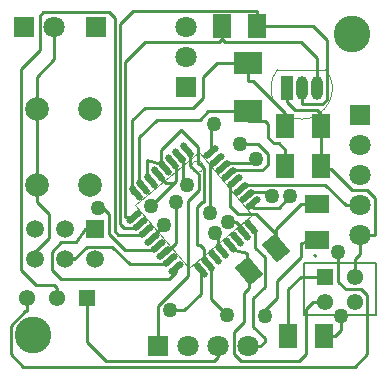
<source format=gtl>
G04 Layer_Physical_Order=1*
G04 Layer_Color=255*
%FSLAX24Y24*%
%MOIN*%
G70*
G01*
G75*
G04:AMPARAMS|DCode=10|XSize=59.1mil|YSize=78.7mil|CornerRadius=0mil|HoleSize=0mil|Usage=FLASHONLY|Rotation=40.000|XOffset=0mil|YOffset=0mil|HoleType=Round|Shape=Rectangle|*
%AMROTATEDRECTD10*
4,1,4,0.0027,-0.0491,-0.0479,0.0112,-0.0027,0.0491,0.0479,-0.0112,0.0027,-0.0491,0.0*
%
%ADD10ROTATEDRECTD10*%

%ADD11R,0.0787X0.0591*%
%ADD12R,0.0591X0.0787*%
%ADD13R,0.0945X0.0748*%
G04:AMPARAMS|DCode=14|XSize=21.7mil|YSize=59.1mil|CornerRadius=0mil|HoleSize=0mil|Usage=FLASHONLY|Rotation=40.000|XOffset=0mil|YOffset=0mil|HoleType=Round|Shape=Round|*
%AMOVALD14*
21,1,0.0374,0.0217,0.0000,0.0000,130.0*
1,1,0.0217,0.0120,-0.0143*
1,1,0.0217,-0.0120,0.0143*
%
%ADD14OVALD14*%

G04:AMPARAMS|DCode=15|XSize=21.7mil|YSize=59.1mil|CornerRadius=0mil|HoleSize=0mil|Usage=FLASHONLY|Rotation=310.000|XOffset=0mil|YOffset=0mil|HoleType=Round|Shape=Round|*
%AMOVALD15*
21,1,0.0374,0.0217,0.0000,0.0000,40.0*
1,1,0.0217,-0.0143,-0.0120*
1,1,0.0217,0.0143,0.0120*
%
%ADD15OVALD15*%

%ADD16C,0.0100*%
%ADD17C,0.0079*%
%ADD18C,0.0039*%
%ADD19C,0.0050*%
%ADD20R,0.0709X0.0709*%
%ADD21C,0.0709*%
%ADD22C,0.1220*%
%ADD23C,0.0543*%
%ADD24R,0.0543X0.0543*%
%ADD25C,0.0787*%
%ADD26R,0.0591X0.0591*%
%ADD27C,0.0591*%
%ADD28R,0.0709X0.0709*%
%ADD29O,0.0394X0.0787*%
%ADD30R,0.0394X0.0787*%
%ADD31C,0.0500*%
D10*
X9287Y4080D02*
D03*
X8382Y3320D02*
D03*
D11*
X10634Y4359D02*
D03*
Y5541D02*
D03*
D12*
X9594Y8150D02*
D03*
X10775D02*
D03*
X9594Y6800D02*
D03*
X10775D02*
D03*
X8657Y11467D02*
D03*
X7476D02*
D03*
X9694Y1150D02*
D03*
X10875D02*
D03*
D13*
X8334Y8643D02*
D03*
Y10257D02*
D03*
D14*
X6303Y7340D02*
D03*
X6062Y7138D02*
D03*
X5821Y6935D02*
D03*
X5579Y6733D02*
D03*
X5338Y6531D02*
D03*
X5097Y6328D02*
D03*
X4856Y6126D02*
D03*
X4614Y5923D02*
D03*
X6765Y3360D02*
D03*
X7007Y3562D02*
D03*
X7248Y3765D02*
D03*
X7480Y3990D02*
D03*
X7730Y4169D02*
D03*
X7972Y4372D02*
D03*
X8213Y4574D02*
D03*
X8454Y4777D02*
D03*
D15*
X4544Y5119D02*
D03*
X4746Y4878D02*
D03*
X4949Y4636D02*
D03*
X5151Y4395D02*
D03*
X5354Y4154D02*
D03*
X5556Y3913D02*
D03*
X5759Y3671D02*
D03*
X5961Y3430D02*
D03*
X8525Y5581D02*
D03*
X8322Y5822D02*
D03*
X8120Y6064D02*
D03*
X7917Y6305D02*
D03*
X7715Y6546D02*
D03*
X7512Y6787D02*
D03*
X7310Y7029D02*
D03*
X7107Y7270D02*
D03*
D16*
X6062Y7070D02*
X6196D01*
X6062Y7030D02*
X6186D01*
X5556Y6770D02*
X5579D01*
X7007Y3490D02*
X7067D01*
X5036Y6400D02*
X5097D01*
X10775Y6700D02*
X11116D01*
X7730Y4100D02*
X7846D01*
X5821Y6860D02*
X5878D01*
X7360Y4133D02*
Y4570D01*
X6062Y7070D02*
Y7138D01*
Y7030D02*
Y7070D01*
X9287Y4550D02*
Y4701D01*
X7886Y6240D02*
Y6305D01*
X1986Y2400D02*
Y2750D01*
X8396Y5822D02*
Y5950D01*
X8525Y5420D02*
X9376D01*
X7546Y6787D02*
Y6910D01*
X8657Y11470D02*
X10516D01*
X8657D02*
Y11990D01*
Y11467D02*
Y11470D01*
X7786Y6546D02*
Y6670D01*
X4487Y5923D02*
Y8331D01*
X8334Y8320D02*
X8916D01*
X4796Y6126D02*
Y6270D01*
X7730Y4100D02*
Y4169D01*
Y4060D02*
Y4100D01*
X5821Y6935D02*
X5878Y6860D01*
X5946D01*
X5878D02*
X5946Y6770D01*
X5876Y6250D02*
X5946Y6320D01*
X5116Y5490D02*
X5876Y6250D01*
X5514Y6903D02*
X5556Y6770D01*
X5561Y6755D01*
X7007Y3562D02*
X7067Y3490D01*
X7126Y3419D01*
X7067Y3490D02*
X7126D01*
X5456Y6877D02*
Y7350D01*
Y6770D02*
Y6877D01*
X5459Y6876D01*
X4976Y7020D02*
X5456Y6877D01*
Y6770D02*
X5556D01*
X4976Y6400D02*
X5036D01*
X4976Y6471D02*
X5036Y6400D01*
X5097Y6328D01*
X7107Y7270D02*
Y8220D01*
X7246Y4570D02*
X7360D01*
Y4133D02*
X7480Y3990D01*
X6186Y6300D02*
Y7030D01*
Y6300D02*
X6316Y6170D01*
X7886Y6305D02*
X7917D01*
X7736Y6240D02*
X7886D01*
X7736Y5458D02*
Y6240D01*
Y5458D02*
X7766D01*
X8003Y5220D01*
X8617D01*
X9287Y4550D01*
Y4080D02*
Y4550D01*
Y4701D02*
X10126Y5541D01*
X10634D01*
X5936Y4250D02*
Y5610D01*
X5598Y3913D02*
X5936Y4250D01*
X5556Y3913D02*
X5598D01*
X3356Y5410D02*
X3516D01*
X3721Y5205D01*
Y4550D02*
Y5205D01*
Y4550D02*
X4241Y4030D01*
X5210D01*
Y4034D01*
X5354Y4154D01*
X9694Y1150D02*
Y2704D01*
X10116Y3126D01*
X10924D01*
X5556Y4840D02*
Y4850D01*
X5151Y4435D02*
X5556Y4840D01*
X5151Y4395D02*
Y4435D01*
X10875Y1150D02*
X11246D01*
X11446Y1350D01*
Y1820D01*
X1984Y2400D02*
X1986D01*
X1876Y2860D02*
X1986Y2750D01*
X1266Y2860D02*
X1876D01*
X776Y3350D02*
X1266Y2860D01*
X776Y3350D02*
Y10050D01*
X1396Y10670D01*
Y11820D01*
X1516Y11940D01*
X3716D01*
X3900Y11756D01*
Y4637D02*
Y11756D01*
Y4637D02*
X4016Y4520D01*
X4806D01*
X4949Y4636D01*
X7476Y11050D02*
Y11467D01*
X7366Y10940D02*
X7476Y11050D01*
X4916Y10940D02*
X7366D01*
X4257Y10281D02*
X4916Y10940D01*
X4257Y5119D02*
Y10281D01*
Y5119D02*
X4544D01*
X7476Y11050D02*
X7586Y10940D01*
X10116D01*
X10634Y10421D01*
Y9400D02*
Y10421D01*
X8350Y800D02*
X8746D01*
X8896Y950D01*
Y1083D01*
X8527Y1451D02*
X8896Y1083D01*
X8527Y1451D02*
Y2409D01*
X8896Y2777D01*
Y3780D01*
X8584Y4092D02*
X8896Y3780D01*
X8584Y4092D02*
Y4421D01*
X8574Y4634D02*
X8584Y4421D01*
X8454Y4777D02*
X8574Y4634D01*
X11608Y5500D02*
X12084D01*
X10928Y6180D02*
X11608Y5500D01*
X8263Y6180D02*
X10928D01*
X8120Y6064D02*
X8263Y6180D01*
X8322Y5822D02*
X8396D01*
Y5950D02*
X8996D01*
X9146Y5800D01*
X8525Y5420D02*
Y5581D01*
X9376Y5420D02*
X9756Y5800D01*
X984Y1970D02*
Y2400D01*
X916Y1970D02*
X984D01*
X436Y1490D02*
X916Y1970D01*
X436Y550D02*
Y1490D01*
Y550D02*
X856Y130D01*
X11906D01*
X12326Y550D01*
Y2500D01*
X12116Y2710D02*
X12326Y2500D01*
X11596Y2710D02*
X12116D01*
X11356Y2950D02*
X11596Y2710D01*
X11356Y2950D02*
Y3940D01*
X7686Y4950D02*
X7936D01*
X8213Y4673D01*
Y4574D02*
Y4673D01*
X7087Y5231D02*
Y6902D01*
X7310Y7029D01*
X7512Y6787D02*
X7546D01*
Y6910D02*
X8476D01*
X8626Y7060D01*
X4516Y11990D02*
X8657D01*
X4078Y11553D02*
X4516Y11990D01*
X4078Y4897D02*
Y11553D01*
Y4897D02*
X4216Y4760D01*
X4603D01*
X4746Y4878D01*
X10516Y11470D02*
X10966Y11020D01*
Y9020D02*
Y11020D01*
X10816Y8870D02*
X10966Y9020D01*
X10134Y8870D02*
X10816D01*
X10134D02*
Y9400D01*
X6765Y2550D02*
Y3360D01*
X6225Y2010D02*
X6765Y2550D01*
X5760Y2010D02*
X6225D01*
X7715Y6546D02*
X7786D01*
Y6670D02*
X8826D01*
X9006Y6850D01*
Y7218D01*
X8683Y7540D02*
X9006Y7218D01*
X8066Y7540D02*
X8683D01*
X4487Y5923D02*
X4614D01*
X4487Y8331D02*
X4916Y8760D01*
X6516D01*
X6842Y9087D01*
Y9784D01*
X7316Y10257D01*
X8334D01*
Y9660D02*
Y10257D01*
Y9660D02*
X8516D01*
X9594Y8582D01*
Y8150D02*
Y8582D01*
X4796Y6126D02*
X4856D01*
X4727Y6338D02*
X4796Y6270D01*
X4727Y6338D02*
Y7772D01*
X5316Y8360D01*
X6738D01*
X7021Y8643D01*
X8334D01*
Y8320D02*
Y8643D01*
X8916Y8320D02*
X9026Y8210D01*
Y7750D02*
Y8210D01*
Y7750D02*
X9196Y7580D01*
X9364D01*
X9594Y7350D01*
Y6800D02*
Y7350D01*
X2234Y3700D02*
X2556D01*
X2986Y4130D01*
X3827D01*
X4406Y3551D01*
X5615D01*
X5759Y3671D01*
X2906Y4700D02*
X3234D01*
X2626Y4270D02*
X2906Y4700D01*
X2116Y4270D02*
X2626D01*
X1806Y3960D02*
X2116Y4270D01*
X1806Y3350D02*
Y3960D01*
Y3350D02*
X2116Y3040D01*
X5716D01*
X5961Y3285D01*
Y3430D01*
X10775Y8150D02*
Y8550D01*
X10645Y8680D02*
X10775Y8550D01*
X9916Y8680D02*
X10645D01*
X9634Y8961D02*
X9916Y8680D01*
X9634Y8961D02*
Y9400D01*
X10775Y6800D02*
Y8150D01*
X12084Y3891D02*
Y4500D01*
X11924Y3730D02*
X12084Y3891D01*
X11924Y3126D02*
Y3730D01*
X10775Y6700D02*
Y6800D01*
X11116Y6700D02*
X11806Y6010D01*
X12316D01*
X12576Y5750D01*
Y4500D02*
Y5750D01*
X12084Y4500D02*
X12576D01*
X10516Y2295D02*
X10924D01*
X10276Y2055D02*
X10516Y2295D01*
X10276Y550D02*
Y2055D01*
X10036Y310D02*
X10276Y550D01*
X8107Y310D02*
X10036D01*
X7867Y550D02*
X8107Y310D01*
X7867Y550D02*
Y1280D01*
X8213Y1626D01*
Y2587D01*
X8382Y2756D01*
Y3320D01*
X5946Y6320D02*
Y6770D01*
X5606Y6250D02*
X5876D01*
X5506Y6350D02*
X5606Y6250D01*
X5338Y6531D02*
X5506Y6350D01*
X7730Y4060D02*
X8326Y3920D01*
Y3377D02*
Y3920D01*
Y3377D02*
X8382Y3320D01*
X1884Y10376D02*
Y11450D01*
X1298Y9790D02*
X1884Y10376D01*
X1298Y8730D02*
Y9790D01*
X7350Y444D02*
Y800D01*
X7216Y310D02*
X7350Y444D01*
X3624Y310D02*
X7216D01*
X2984Y950D02*
X3624Y310D01*
X2984Y950D02*
Y2400D01*
X1298Y6170D02*
Y8730D01*
X1234Y3700D02*
Y3959D01*
X1706Y4430D01*
Y5223D01*
X1298Y5630D02*
X1706Y5223D01*
X1298Y5630D02*
Y6170D01*
X5579Y6733D02*
Y6770D01*
X5456Y7350D02*
X6106Y8000D01*
X6116D01*
X6666Y7450D01*
Y6870D02*
Y7450D01*
Y6870D02*
X6756D01*
X6876Y6750D01*
Y5610D02*
Y6750D01*
X6807Y5610D02*
X6876D01*
X6647Y5450D02*
X6807Y5610D01*
X6647Y4191D02*
Y5450D01*
Y4191D02*
X6745D01*
X6886Y4050D01*
Y3705D02*
Y4050D01*
Y3705D02*
X7007Y3562D01*
X8906Y1830D02*
Y2030D01*
X9306Y2430D01*
Y2991D01*
X10106Y3791D01*
Y4250D01*
X10634Y4359D01*
X5561Y6755D02*
X5579Y6733D01*
X5486Y6903D02*
X5514D01*
X5459Y6876D02*
X5486Y6903D01*
X4976Y6471D02*
Y7020D01*
X7126Y2370D02*
X7656Y1840D01*
X7126Y2370D02*
Y3419D01*
X5350Y800D02*
Y2150D01*
X6346Y3146D01*
Y5650D01*
X6696Y6000D01*
Y6540D01*
X6423Y6812D02*
X6696Y6540D01*
X6423Y6812D02*
Y7197D01*
X6303Y7340D02*
X6423Y7197D01*
X7107Y8220D02*
X7196D01*
D17*
X10633Y3824D02*
G03*
X10633Y3824I-39J0D01*
G01*
D02*
G03*
X10633Y3824I-39J0D01*
G01*
D18*
X6857Y6792D02*
G03*
X6857Y6792I-197J0D01*
G01*
X9328Y10030D02*
G03*
X10941Y10030I807J-630D01*
G01*
X4593Y5520D02*
X6704Y7291D01*
X6364Y3409D02*
X8476Y5180D01*
X6704Y7291D02*
X8476Y5180D01*
X4593Y5520D02*
X6364Y3409D01*
X9328Y10030D02*
X10941D01*
D19*
X10223Y1846D02*
X12624D01*
X10223D02*
Y3575D01*
X12624D01*
Y1846D02*
Y3575D01*
X10223Y1846D02*
X12624D01*
X10223D02*
Y3575D01*
X12624D01*
Y1846D02*
Y3575D01*
D20*
X6284Y9450D02*
D03*
X12084Y8500D02*
D03*
X3284Y11450D02*
D03*
D21*
X6284D02*
D03*
Y10450D02*
D03*
X12084Y4500D02*
D03*
Y5500D02*
D03*
Y6500D02*
D03*
Y7500D02*
D03*
X8350Y800D02*
D03*
X7350D02*
D03*
X6350D02*
D03*
X1884Y11450D02*
D03*
D22*
X1181Y1181D02*
D03*
X11811Y11220D02*
D03*
D23*
X1984Y2400D02*
D03*
X984D02*
D03*
X10924Y2295D02*
D03*
X11924D02*
D03*
Y3126D02*
D03*
D24*
X2984Y2400D02*
D03*
X10924Y3126D02*
D03*
D25*
X1298Y6170D02*
D03*
Y8730D02*
D03*
X3070Y6170D02*
D03*
Y8730D02*
D03*
D26*
X3234Y4700D02*
D03*
D27*
Y3700D02*
D03*
X2234Y4700D02*
D03*
Y3700D02*
D03*
X1234Y4700D02*
D03*
Y3700D02*
D03*
D28*
X5350Y800D02*
D03*
X884Y11450D02*
D03*
D29*
X10634Y9400D02*
D03*
X10134D02*
D03*
D30*
X9634D02*
D03*
D31*
X7246Y4570D02*
D03*
X6316Y6170D02*
D03*
X5936Y5610D02*
D03*
X3356Y5410D02*
D03*
X5556Y4850D02*
D03*
X11446Y1820D02*
D03*
X9146Y5800D02*
D03*
X9756D02*
D03*
X11356Y3940D02*
D03*
X7686Y4950D02*
D03*
X7087Y5231D02*
D03*
X8626Y7060D02*
D03*
X5760Y2010D02*
D03*
X8066Y7540D02*
D03*
X5116Y5490D02*
D03*
X8906Y1830D02*
D03*
X7656Y1840D02*
D03*
X7196Y8220D02*
D03*
M02*

</source>
